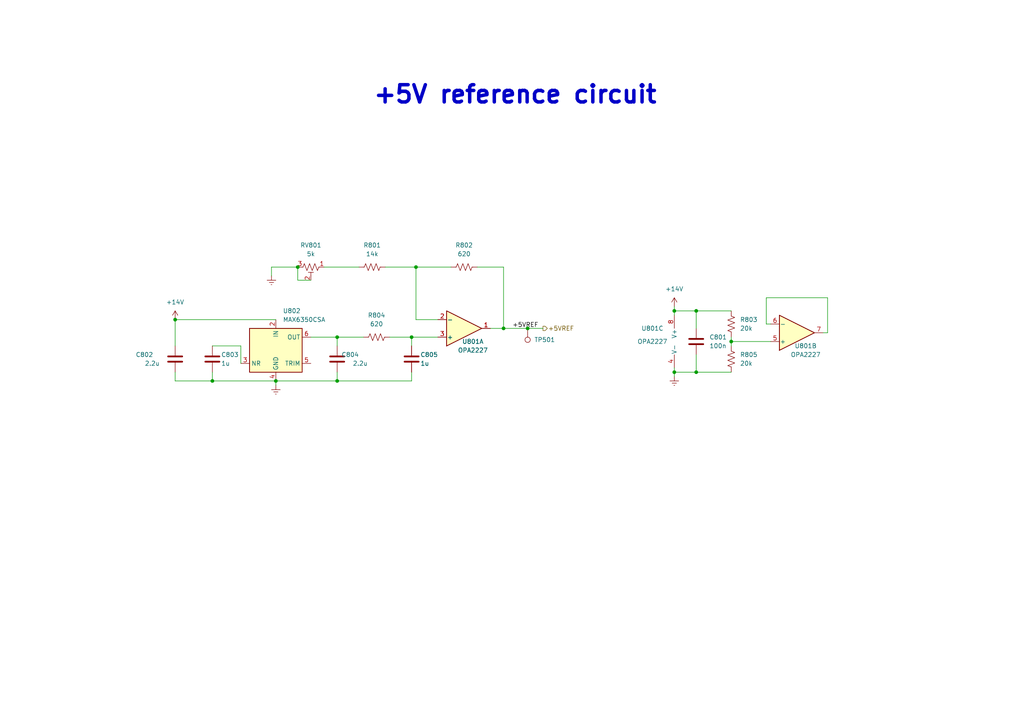
<source format=kicad_sch>
(kicad_sch (version 20211123) (generator eeschema)
  (paper "A4")
  (title_block (rev "v1.0.0") (company "CNPEM - Brazilian Center for Research in Energy and Materials") (comment 1 "Group: ENT/AIS") (comment 2 "Authors: Gabriel Brunheira / Samuel Fraga"))
  (lib_symbols
    (symbol "Connector:TestPoint" (pin_numbers hide) (pin_names (offset 0.762) hide)
      (property "Reference" "TP" (at 0 6.858 0))
      (property "Value" "TestPoint" (at 0 5.08 0))
      (symbol "TestPoint_0_1"
        (circle (center 0 3.302) (radius 0.762))
      )
      (symbol "TestPoint_1_1"
        (pin passive line (at 0 0 90) (length 2.54) (name "1") (number "1"))
      )
    )
    (symbol "Device:C" (pin_numbers hide) (pin_names (offset 0.254))
      (property "Reference" "C" (at 0.635 2.54 0))
      (property "Value" "C" (at 0.635 -2.54 0))
      (symbol "C_0_1"
        (polyline (pts (xy -2.032 -0.762) (xy 2.032 -0.762)) (stroke (width 0.508)))
        (polyline (pts (xy -2.032 0.762) (xy 2.032 0.762)) (stroke (width 0.508)))
      )
      (symbol "C_1_1"
        (pin passive line (at 0 3.81 270) (length 2.794) (name "~") (number "1"))
        (pin passive line (at 0 -3.81 90) (length 2.794) (name "~") (number "2"))
      )
    )
    (symbol "Device:R_Potentiometer_Trim_US" (pin_names (offset 1.016) hide)
      (property "Reference" "RV" (at -4.445 0 90))
      (property "Value" "R_Potentiometer_Trim_US" (at -2.54 0 90))
      (symbol "R_Potentiometer_Trim_US_0_1"
        (polyline (pts (xy 0 -2.286) (xy 0 -2.54)))
        (polyline (pts (xy 0 2.286) (xy 0 2.54)))
        (polyline (pts (xy 1.524 0.762) (xy 1.524 -0.762)))
        (polyline (pts (xy 2.54 0) (xy 1.524 0)))
        (polyline (pts (xy 0 -0.762) (xy 1.016 -1.143) (xy 0 -1.524) (xy -1.016 -1.905) (xy 0 -2.286)))
        (polyline (pts (xy 0 0.762) (xy 1.016 0.381) (xy 0 0) (xy -1.016 -0.381) (xy 0 -0.762)))
        (polyline (pts (xy 0 2.286) (xy 1.016 1.905) (xy 0 1.524) (xy -1.016 1.143) (xy 0 0.762)))
      )
      (symbol "R_Potentiometer_Trim_US_1_1"
        (pin passive line (at 0 3.81 270) (length 1.27) (name "1") (number "1"))
        (pin passive line (at 3.81 0 180) (length 1.27) (name "2") (number "2"))
        (pin passive line (at 0 -3.81 90) (length 1.27) (name "3") (number "3"))
      )
    )
    (symbol "Device:R_US" (pin_numbers hide) (pin_names (offset 0))
      (property "Reference" "R" (at 2.54 0 90))
      (property "Value" "R_US" (at -2.54 0 90))
      (symbol "R_US_0_1"
        (polyline (pts (xy 0 -2.286) (xy 0 -2.54)))
        (polyline (pts (xy 0 2.286) (xy 0 2.54)))
        (polyline (pts (xy 0 -0.762) (xy 1.016 -1.143) (xy 0 -1.524) (xy -1.016 -1.905) (xy 0 -2.286)))
        (polyline (pts (xy 0 0.762) (xy 1.016 0.381) (xy 0 0) (xy -1.016 -0.381) (xy 0 -0.762)))
        (polyline (pts (xy 0 2.286) (xy 1.016 1.905) (xy 0 1.524) (xy -1.016 1.143) (xy 0 0.762)))
      )
      (symbol "R_US_1_1"
        (pin passive line (at 0 3.81 270) (length 1.27) (name "~") (number "1"))
        (pin passive line (at 0 -3.81 90) (length 1.27) (name "~") (number "2"))
      )
    )
    (symbol "Reference_Voltage:MAX6350"
      (property "Reference" "U" (at 1.27 6.35 0))
      (property "Value" "MAX6350" (at 1.27 -8.89 0))
      (symbol "MAX6350_0_1"
        (rectangle (start -7.62 5.08) (end 7.62 -7.62) (stroke (width 0.254)) (fill (type background)))
      )
      (symbol "MAX6350_1_1"
        (pin no_connect line (at -7.62 -2.54 0) (length 2.54) hide (name "NC") (number "1"))
        (pin power_in line (at 0 7.62 270) (length 2.54) (name "IN") (number "2"))
        (pin passive line (at -10.16 -5.08 0) (length 2.54) (name "NR") (number "3"))
        (pin power_in line (at 0 -10.16 90) (length 2.54) (name "GND") (number "4"))
        (pin passive line (at 10.16 -5.08 180) (length 2.54) (name "TRIM") (number "5"))
        (pin power_out line (at 10.16 2.54 180) (length 2.54) (name "OUT") (number "6"))
        (pin no_connect line (at 7.62 0 180) (length 2.54) hide (name "NC") (number "7"))
        (pin no_connect line (at 7.62 -2.54 180) (length 2.54) hide (name "NC") (number "8"))
      )
    )
    (symbol "power:Earth" (power) (pin_names (offset 0))
      (symbol "Earth_0_1"
        (polyline (pts (xy -0.635 -1.905) (xy 0.635 -1.905)))
        (polyline (pts (xy -0.127 -2.54) (xy 0.127 -2.54)))
        (polyline (pts (xy 0 -1.27) (xy 0 0)))
        (polyline (pts (xy 1.27 -1.27) (xy -1.27 -1.27)))
      )
      (symbol "Earth_1_1"
        (pin power_in line (at 0 0 270) (length 0) hide (name "Earth") (number "1"))
      )
    )
    (symbol "qds-cv-lib-sym:+14V" (power) (pin_names (offset 0))
      (property "Value" "+14V" (at -2.54 3.81 0))
      (symbol "+14V_0_1"
        (polyline (pts (xy -0.762 1.27) (xy 0 2.54)))
        (polyline (pts (xy 0 0) (xy 0 2.54)))
        (polyline (pts (xy 0 2.54) (xy 0.762 1.27)))
      )
      (symbol "+14V_1_1"
        (pin power_in line (at 0 0 90) (length 0) hide (name "+14V") (number "1"))
      )
    )
    (symbol "qds-cv-lib-sym:OPA2227" (pin_names (offset 0.127))
      (property "Reference" "U" (at 0 5.08 0))
      (property "Value" "OPA2227" (at 0 -5.08 0))
      (symbol "OPA2227_1_1"
        (polyline (pts (xy -5.08 5.08) (xy 5.08 0) (xy -5.08 -5.08) (xy -5.08 5.08)) (stroke (width 0.254)) (fill (type background)))
        (pin output line (at 7.62 0 180) (length 2.54) (name "~") (number "1"))
        (pin input line (at -7.62 -2.54 0) (length 2.54) (name "-") (number "2"))
        (pin input line (at -7.62 2.54 0) (length 2.54) (name "+") (number "3"))
      )
      (symbol "OPA2227_2_1"
        (polyline (pts (xy -5.08 5.08) (xy 5.08 0) (xy -5.08 -5.08) (xy -5.08 5.08)) (stroke (width 0.254)) (fill (type background)))
        (pin input line (at -7.62 2.54 0) (length 2.54) (name "+") (number "5"))
        (pin input line (at -7.62 -2.54 0) (length 2.54) (name "-") (number "6"))
        (pin output line (at 7.62 0 180) (length 2.54) (name "~") (number "7"))
      )
      (symbol "OPA2227_3_1"
        (pin power_in line (at -2.54 -7.62 90) (length 3.81) (name "V-") (number "4"))
        (pin power_in line (at -2.54 7.62 270) (length 3.81) (name "V+") (number "8"))
      )
    )
  )
  (junction (at 61.595 110.49))
  (junction (at 201.93 90.17))
  (junction (at 212.09 99.06))
  (junction (at 201.93 107.95))
  (junction (at 86.36 77.47))
  (junction (at 153.035 95.25))
  (junction (at 97.79 97.79))
  (junction (at 195.58 90.17))
  (junction (at 195.58 107.95))
  (junction (at 146.05 95.25))
  (junction (at 50.8 92.71))
  (junction (at 120.65 77.47))
  (junction (at 80.01 110.49))
  (junction (at 97.79 110.49))
  (junction (at 119.38 97.79))
  (wire (pts (xy 61.595 100.33) (xy 69.85 100.33)))
  (wire (pts (xy 90.17 81.28) (xy 86.36 81.28)))
  (wire (pts (xy 119.38 110.49) (xy 97.79 110.49)))
  (wire (pts (xy 50.8 110.49) (xy 61.595 110.49)))
  (wire (pts (xy 212.09 97.79) (xy 212.09 99.06)))
  (wire (pts (xy 50.8 92.71) (xy 80.01 92.71)))
  (wire (pts (xy 50.8 107.95) (xy 50.8 110.49)))
  (wire (pts (xy 97.79 97.79) (xy 97.79 100.33)))
  (wire (pts (xy 212.09 99.06) (xy 212.09 100.33)))
  (wire (pts (xy 80.01 111.76) (xy 80.01 110.49)))
  (wire (pts (xy 78.74 77.47) (xy 86.36 77.47)))
  (wire (pts (xy 201.93 90.17) (xy 212.09 90.17)))
  (wire (pts (xy 93.98 77.47) (xy 104.14 77.47)))
  (wire (pts (xy 69.85 100.33) (xy 69.85 105.41)))
  (wire (pts (xy 195.58 109.22) (xy 195.58 107.95)))
  (wire (pts (xy 222.25 93.98) (xy 222.25 86.36)))
  (wire (pts (xy 195.58 88.9) (xy 195.58 90.17)))
  (wire (pts (xy 138.43 77.47) (xy 146.05 77.47)))
  (wire (pts (xy 97.79 97.79) (xy 105.41 97.79)))
  (wire (pts (xy 195.58 107.95) (xy 195.58 106.68)))
  (wire (pts (xy 97.79 110.49) (xy 80.01 110.49)))
  (wire (pts (xy 212.09 99.06) (xy 223.52 99.06)))
  (wire (pts (xy 97.79 107.95) (xy 97.79 110.49)))
  (wire (pts (xy 240.03 96.52) (xy 238.76 96.52)))
  (wire (pts (xy 120.65 77.47) (xy 130.81 77.47)))
  (wire (pts (xy 111.76 77.47) (xy 120.65 77.47)))
  (wire (pts (xy 119.38 97.79) (xy 119.38 100.33)))
  (wire (pts (xy 127 92.71) (xy 120.65 92.71)))
  (wire (pts (xy 113.03 97.79) (xy 119.38 97.79)))
  (wire (pts (xy 142.24 95.25) (xy 146.05 95.25)))
  (wire (pts (xy 86.36 81.28) (xy 86.36 77.47)))
  (wire (pts (xy 195.58 90.17) (xy 201.93 90.17)))
  (wire (pts (xy 201.93 107.95) (xy 212.09 107.95)))
  (wire (pts (xy 146.05 77.47) (xy 146.05 95.25)))
  (wire (pts (xy 223.52 93.98) (xy 222.25 93.98)))
  (wire (pts (xy 195.58 90.17) (xy 195.58 91.44)))
  (wire (pts (xy 240.03 86.36) (xy 240.03 96.52)))
  (wire (pts (xy 61.595 110.49) (xy 80.01 110.49)))
  (wire (pts (xy 50.8 92.71) (xy 50.8 100.33)))
  (wire (pts (xy 201.93 102.87) (xy 201.93 107.95)))
  (wire (pts (xy 120.65 92.71) (xy 120.65 77.47)))
  (wire (pts (xy 146.05 95.25) (xy 153.035 95.25)))
  (wire (pts (xy 119.38 97.79) (xy 127 97.79)))
  (wire (pts (xy 119.38 107.95) (xy 119.38 110.49)))
  (wire (pts (xy 61.595 107.95) (xy 61.595 110.49)))
  (wire (pts (xy 201.93 90.17) (xy 201.93 95.25)))
  (wire (pts (xy 222.25 86.36) (xy 240.03 86.36)))
  (wire (pts (xy 195.58 107.95) (xy 201.93 107.95)))
  (wire (pts (xy 90.17 97.79) (xy 97.79 97.79)))
  (wire (pts (xy 153.035 95.25) (xy 157.48 95.25)))
  (wire (pts (xy 78.74 80.01) (xy 78.74 77.47)))
  (text "+5V reference circuit" (at 107.95 30.48 0) (effects (font (size 5 5) (thickness 1) bold) (justify left bottom)))
  (label "+5VREF" (at 148.59 95.25 0))
  (hierarchical_label "+5VREF" (shape output) (at 157.48 95.25 0))
  (symbol (lib_id "qds-cv-lib-sym:OPA2227") (at 231.14 96.52 0) (mirror x) (unit 2)
    (property "Reference" "U801" (at 233.68 100.33 0))
    (property "Value" "OPA2227" (at 233.68 102.87 0))
    (property "Footprint" "Package_SO:SOIC-8_3.9x4.9mm_P1.27mm" (effects hide))
    (property "Datasheet" "https://www.ti.com/lit/ds/symlink/opa2227.pdf" (effects hide))
    (property "CNPEM Code" "AP107417" (effects hide))
    (property "Manufacturer" "Texas Instruments" (effects hide))
    (property "Part Number" "OPA2227UA" (effects hide))
    (property "Description" "High Precision, Low-Noise Dual Operational Amplifiers" (effects hide))
  )
  (symbol (lib_id "qds-cv-lib-sym:+14V") (at 195.58 88.9 0) (unit 1)
    (property "Reference" "#PWR0802" (effects hide))
    (property "Value" "+14V" (at 195.58 83.82 0))
  )
  (symbol (lib_id "qds-cv-lib-sym:+14V") (at 50.8 92.71 0) (unit 1)
    (property "Reference" "#PWR0803" (effects hide))
    (property "Value" "+14V" (at 50.8 87.63 0))
  )
  (symbol (lib_id "power:Earth") (at 195.58 109.22 0) (unit 1)
    (property "Reference" "#PWR0804" (effects hide))
    (property "Value" "Earth" (effects hide))
  )
  (symbol (lib_id "Device:C") (at 201.93 99.06 0) (unit 1)
    (property "Reference" "C801" (at 205.74 97.7899 0) (effects (justify left)))
    (property "Value" "100n" (at 205.74 100.3299 0) (effects (justify left)))
    (property "Footprint" "Capacitor_SMD:C_0603_1608Metric_Pad1.08x0.95mm_HandSolder" (effects hide))
    (property "Datasheet" "https://product.tdk.com/system/files/dam/doc/product/capacitor/ceramic/mlcc/catalog/mlcc_commercial_general_en.pdf" (effects hide))
    (property "CNPEM Code" "AP107349" (effects hide))
    (property "Description" "Ceramic Capacitor 100nF 50V 10% SMD 0603 X7R" (effects hide))
    (property "Manufacturer" "TDK" (effects hide))
    (property "Part Number" "C1608X7R1H104K080AA" (effects hide))
    (property "Vendor Link" "https://br.mouser.com/ProductDetail/TDK/C1608X7R1H104K080AA?qs=NRhsANhppD8dEJli2CDBHA%3D%3D" (effects hide))
  )
  (symbol (lib_id "Device:R_US") (at 107.95 77.47 90) (unit 1)
    (property "Reference" "R801" (at 107.95 71.12 90))
    (property "Value" "14k" (at 107.95 73.66 90))
    (property "Footprint" "Resistor_SMD:R_0603_1608Metric_Pad0.98x0.95mm_HandSolder" (effects hide))
    (property "Datasheet" "https://industrial.panasonic.com/cdbs/www-data/pdf/RDM0000/AOA0000C307.pdf" (effects hide))
    (property "Part Number" "ERA-3AEB1402V" (effects hide))
    (property "Manufacturer" "Panasonic Electronic Components" (effects hide))
    (property "CNPEM Code" "AP107375" (effects hide))
    (property "Vendor Link" "https://www.digikey.com/en/products/detail/panasonic-electronic-components/ERA-3AEB1402V/2026850" (effects hide))
    (property "Description" "Resistor 14k 0.1% 0.1W SMD 0603" (effects hide))
  )
  (symbol (lib_id "Device:R_US") (at 212.09 104.14 180) (unit 1)
    (property "Reference" "R805" (at 214.63 102.8699 0) (effects (justify right)))
    (property "Value" "20k" (at 214.63 105.4099 0) (effects (justify right)))
    (property "Footprint" "Resistor_SMD:R_0805_2012Metric_Pad1.20x1.40mm_HandSolder" (effects hide))
    (property "Part Number" "RC-05K203IT" (effects hide))
  )
  (symbol (lib_id "power:Earth") (at 78.74 80.01 0) (unit 1)
    (property "Reference" "#PWR0801" (effects hide))
    (property "Value" "Earth" (effects hide))
  )
  (symbol (lib_id "Reference_Voltage:MAX6350") (at 80.01 100.33 0) (unit 1)
    (property "Reference" "U802" (at 82.0294 90.17 0) (effects (justify left)))
    (property "Value" "MAX6350CSA" (at 82.0294 92.71 0) (effects (justify left)))
    (property "Footprint" "Package_SO:SOIC-8_3.9x4.9mm_P1.27mm" (effects hide))
    (property "Datasheet" "https://www.analog.com/media/en/technical-documentation/data-sheets/max6325-max6350.pdf" (effects hide))
    (property "Description" "1ppm/°C, Low-Noise, +5V Voltage Reference" (effects hide))
    (property "Part Number" "Voltage References" (effects hide))
    (property "Manufacturer" "Analog Devices" (effects hide))
    (property "CNPEM Code" "AP104168" (effects hide))
    (property "Vendor Link" "https://www.digikey.com/en/products/detail/analog-devices-inc-maxim-integrated/MAX6325CSA-T/1781030?utm_adgroup=Integrated%20Circuits&utm_source=google&utm_medium=cpc&utm_campaign=Dynamic%20Search_PT_Product&utm_term=&utm_content=Integrated%20Circuits&gclid=Cj0KCQjwiZqhBhCJARIsACHHEH84feK0C1A0BPK4zUNxFsd2JHboY6D1yxymHM3GvbMz5WnlUraEyUkaAoe4EALw_wcB" (effects hide))
  )
  (symbol (lib_id "Device:R_US") (at 134.62 77.47 90) (unit 1)
    (property "Reference" "R802" (at 134.62 71.12 90))
    (property "Value" "620" (at 134.62 73.66 90))
    (property "Footprint" "Resistor_SMD:R_0805_2012Metric_Pad1.20x1.40mm_HandSolder" (effects hide))
    (property "Datasheet" "https://www.yageo.com/upload/media/product/productsearch/datasheet/rchip/PYu-RT_1-to-0.01_RoHS_L_13.pdf" (effects hide))
    (property "Part Number" "RT0805BRB07620RL" (effects hide))
    (property "Manufacturer" "Yageo" (effects hide))
    (property "CNPEM Code" "MC127962" (effects hide))
    (property "Vendor Link" "https://www.digikey.com/en/products/detail/yageo/RT0805BRB07620RL/5931645" (effects hide))
    (property "Description" "Resistor 620 0.1% 0.125W SMD 0805" (effects hide))
  )
  (symbol (lib_id "Device:C") (at 97.79 104.14 0) (mirror x) (unit 1)
    (property "Reference" "C804" (at 104.14 102.87 0) (effects (justify right)))
    (property "Value" "2.2u" (at 106.68 105.41 0) (effects (justify right)))
    (property "Footprint" "qds-cv-lib:CP_EIA-3528-21_AVX-B_Pad1.65x2.4mm_HandSolder" (effects hide))
    (property "Datasheet" "https://datasheets.kyocera-avx.com/TCJ.pdf" (effects hide))
    (property "CNPEM Code" "AP107359" (effects hide))
    (property "Description" "Tantalum Capacitor 2.2 uF 35V 20% SMD B Low ESR" (effects hide))
    (property "Manufacturer" "Kyocera AVX" (effects hide))
    (property "Part Number" "TCJB225M035R0200" (effects hide))
    (property "Vendor Link" "https://www.digikey.com/en/products/detail/TCJB225M035R0200/478-6640-2-ND/2676418" (effects hide))
  )
  (symbol (lib_id "Device:C") (at 61.595 104.14 0) (unit 1)
    (property "Reference" "C803" (at 64.135 102.8762 0) (effects (justify left)))
    (property "Value" "1u" (at 64.135 105.4162 0) (effects (justify left)))
    (property "Footprint" "Capacitor_SMD:C_0805_2012Metric_Pad1.18x1.45mm_HandSolder" (effects hide))
    (property "Datasheet" "https://product.tdk.com/system/files/dam/doc/product/capacitor/ceramic/mlcc/catalog/mlcc_commercial_general_en.pdf" (effects hide))
    (property "Part Number" "C2012X5R1E105K085AC" (effects hide))
    (property "CNPEM Code" "AP107354" (effects hide))
    (property "Description" "Ceramic Capacitor 1uF 25V 10% SMD 0805 X5R" (effects hide))
    (property "Manufacturer" "TDK" (effects hide))
    (property "Vendor Link" "https://www.digikey.com/en/products/detail/tdk-corporation/C2012X5R1E105K085AC/2733059?s=N4IgTCBcDaIMJgAwEYwA0CsAlZBRZiGA0ogBwYCCcIAugL5A" (effects hide))
  )
  (symbol (lib_id "Connector:TestPoint") (at 153.035 95.25 180) (unit 1)
    (property "Reference" "TP501" (at 154.94 98.5519 0) (effects (justify right)))
    (property "Value" "5V-REF" (effects hide))
    (property "Footprint" "qds-cv-lib:TestPoint_Keystone_5010-5014_Multipurpose" (effects hide))
    (property "Datasheet" "https://www.keyelco.com/product-pdf.cfm?p=1321" (effects hide))
  )
  (symbol (lib_id "Device:R_Potentiometer_Trim_US") (at 90.17 77.47 270) (unit 1)
    (property "Reference" "RV801" (at 90.17 71.12 90))
    (property "Value" "5k" (at 90.17 73.66 90))
    (property "Footprint" "qds-cv-lib:Potentiometer_Bourns_3224X_Vertical" (effects hide))
    (property "Datasheet" "https://www.bourns.com/docs/Product-Datasheets/3224.pdf" (effects hide))
    (property "Manufacturer" "Bourns" (effects hide))
    (property "Part Number" "3224X-1-502E" (effects hide))
    (property "Description" "Trimpot 5k, 12 turns, 10% tolerance, 4mm SMD Top Adjust" (effects hide))
    (property "Vendor Link" "https://br.mouser.com/ProductDetail/Bourns/3224X-1-502E?qs=A%2FVUe%2FMZWjxlruRNznslvQ%3D%3D" (effects hide))
  )
  (symbol (lib_id "Device:R_US") (at 109.22 97.79 90) (unit 1)
    (property "Reference" "R804" (at 109.22 91.44 90))
    (property "Value" "620" (at 109.22 93.98 90))
    (property "Footprint" "Resistor_SMD:R_0805_2012Metric_Pad1.20x1.40mm_HandSolder" (effects hide))
    (property "Datasheet" "https://www.yageo.com/upload/media/product/productsearch/datasheet/rchip/PYu-RT_1-to-0.01_RoHS_L_13.pdf" (effects hide))
    (property "Part Number" "RT0805BRB07620RL" (effects hide))
    (property "Manufacturer" "Yageo" (effects hide))
    (property "CNPEM Code" "MC127962" (effects hide))
    (property "Vendor Link" "https://www.digikey.com/en/products/detail/yageo/RT0805BRB07620RL/5931645" (effects hide))
    (property "Description" "Resistor 620 0.1% 0.125W SMD 0805" (effects hide))
  )
  (symbol (lib_id "Device:C") (at 119.38 104.14 0) (unit 1)
    (property "Reference" "C805" (at 121.92 102.8762 0) (effects (justify left)))
    (property "Value" "1u" (at 121.92 105.4162 0) (effects (justify left)))
    (property "Footprint" "Capacitor_SMD:C_0805_2012Metric_Pad1.18x1.45mm_HandSolder" (effects hide))
    (property "Datasheet" "https://product.tdk.com/system/files/dam/doc/product/capacitor/ceramic/mlcc/catalog/mlcc_commercial_general_en.pdf" (effects hide))
    (property "Part Number" "C2012X5R1E105K085AC" (effects hide))
    (property "CNPEM Code" "AP107354" (effects hide))
    (property "Description" "Ceramic Capacitor 1uF 25V 10% SMD 0805 X5R" (effects hide))
    (property "Manufacturer" "TDK" (effects hide))
    (property "Vendor Link" "https://www.digikey.com/en/products/detail/tdk-corporation/C2012X5R1E105K085AC/2733059?s=N4IgTCBcDaIMJgAwEYwA0CsAlZBRZiGA0ogBwYCCcIAugL5A" (effects hide))
  )
  (symbol (lib_id "Device:R_US") (at 212.09 93.98 180) (unit 1)
    (property "Reference" "R803" (at 214.63 92.7099 0) (effects (justify right)))
    (property "Value" "20k" (at 214.63 95.2499 0) (effects (justify right)))
    (property "Footprint" "Resistor_SMD:R_0805_2012Metric_Pad1.20x1.40mm_HandSolder" (effects hide))
    (property "Part Number" "RC-05K203IT" (effects hide))
  )
  (symbol (lib_id "Device:C") (at 50.8 104.14 0) (mirror x) (unit 1)
    (property "Reference" "C802" (at 44.45 102.87 0) (effects (justify right)))
    (property "Value" "2.2u" (at 46.355 105.41 0) (effects (justify right)))
    (property "Footprint" "qds-cv-lib:CP_EIA-3528-21_AVX-B_Pad1.65x2.4mm_HandSolder" (effects hide))
    (property "Datasheet" "https://datasheets.kyocera-avx.com/TCJ.pdf" (effects hide))
    (property "CNPEM Code" "AP107359" (effects hide))
    (property "Description" "Tantalum Capacitor 2.2 uF 35V 20% SMD B Low ESR" (effects hide))
    (property "Manufacturer" "Kyocera AVX" (effects hide))
    (property "Part Number" "TCJB225M035R0200" (effects hide))
    (property "Vendor Link" "https://www.digikey.com/en/products/detail/TCJB225M035R0200/478-6640-2-ND/2676418" (effects hide))
  )
  (symbol (lib_id "qds-cv-lib-sym:OPA2227") (at 193.04 99.06 0) (mirror y) (unit 3)
    (property "Reference" "U801" (at 189.23 95.25 0))
    (property "Value" "OPA2227" (at 189.23 99.06 0))
    (property "Footprint" "Package_SO:SOIC-8_3.9x4.9mm_P1.27mm" (effects hide))
    (property "Datasheet" "https://www.ti.com/lit/ds/symlink/opa2227.pdf" (effects hide))
    (property "CNPEM Code" "AP107417" (effects hide))
    (property "Manufacturer" "Texas Instruments" (effects hide))
    (property "Part Number" "OPA2227UA" (effects hide))
    (property "Description" "High Precision, Low-Noise Dual Operational Amplifiers" (effects hide))
  )
  (symbol (lib_id "power:Earth") (at 80.01 111.76 0) (unit 1)
    (property "Reference" "#PWR0805" (effects hide))
    (property "Value" "Earth" (effects hide))
  )
  (symbol (lib_id "qds-cv-lib-sym:OPA2227") (at 134.62 95.25 0) (mirror x) (unit 1)
    (property "Reference" "U801" (at 137.16 99.06 0))
    (property "Value" "OPA2227" (at 137.16 101.6 0))
    (property "Footprint" "Package_SO:SOIC-8_3.9x4.9mm_P1.27mm" (effects hide))
    (property "Datasheet" "https://www.ti.com/lit/ds/symlink/opa2227.pdf" (effects hide))
    (property "CNPEM Code" "AP107417" (effects hide))
    (property "Manufacturer" "Texas Instruments" (effects hide))
    (property "Part Number" "OPA2227UA" (effects hide))
    (property "Description" "High Precision, Low-Noise Dual Operational Amplifiers" (effects hide))
  )
)
</source>
